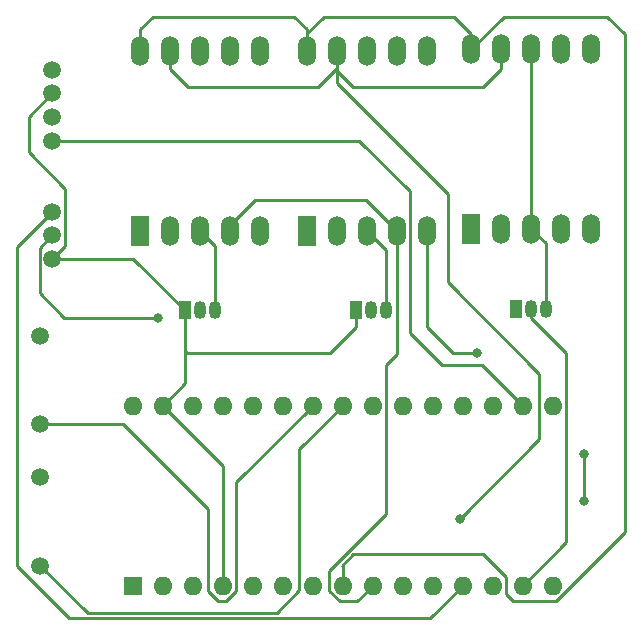
<source format=gbr>
%TF.GenerationSoftware,KiCad,Pcbnew,7.0.1-3b83917a11~171~ubuntu22.04.1*%
%TF.CreationDate,2023-03-18T14:24:15-06:00*%
%TF.ProjectId,temp_reader,74656d70-5f72-4656-9164-65722e6b6963,rev?*%
%TF.SameCoordinates,Original*%
%TF.FileFunction,Copper,L2,Bot*%
%TF.FilePolarity,Positive*%
%FSLAX46Y46*%
G04 Gerber Fmt 4.6, Leading zero omitted, Abs format (unit mm)*
G04 Created by KiCad (PCBNEW 7.0.1-3b83917a11~171~ubuntu22.04.1) date 2023-03-18 14:24:15*
%MOMM*%
%LPD*%
G01*
G04 APERTURE LIST*
%TA.AperFunction,ComponentPad*%
%ADD10R,1.600000X1.600000*%
%TD*%
%TA.AperFunction,ComponentPad*%
%ADD11O,1.600000X1.600000*%
%TD*%
%TA.AperFunction,ComponentPad*%
%ADD12C,1.500000*%
%TD*%
%TA.AperFunction,ComponentPad*%
%ADD13R,1.050000X1.500000*%
%TD*%
%TA.AperFunction,ComponentPad*%
%ADD14O,1.050000X1.500000*%
%TD*%
%TA.AperFunction,ComponentPad*%
%ADD15R,1.524000X2.524000*%
%TD*%
%TA.AperFunction,ComponentPad*%
%ADD16O,1.524000X2.524000*%
%TD*%
%TA.AperFunction,ViaPad*%
%ADD17C,0.800000*%
%TD*%
%TA.AperFunction,Conductor*%
%ADD18C,0.250000*%
%TD*%
G04 APERTURE END LIST*
D10*
%TO.P,A1,1,TX1*%
%TO.N,unconnected-(A1-TX1-Pad1)*%
X130810000Y-106670000D03*
D11*
%TO.P,A1,2,RX1*%
%TO.N,unconnected-(A1-RX1-Pad2)*%
X133350000Y-106670000D03*
%TO.P,A1,3,~{RESET}*%
%TO.N,unconnected-(A1-~{RESET}-Pad3)*%
X135890000Y-106670000D03*
%TO.P,A1,4,GND*%
%TO.N,GND*%
X138430000Y-106670000D03*
%TO.P,A1,5,D2*%
%TO.N,vtr*%
X140970000Y-106670000D03*
%TO.P,A1,6,D3*%
%TO.N,ht*%
X143510000Y-106670000D03*
%TO.P,A1,7,D4*%
%TO.N,vtl*%
X146050000Y-106670000D03*
%TO.P,A1,8,D5*%
%TO.N,hm*%
X148590000Y-106670000D03*
%TO.P,A1,9,D6*%
%TO.N,vbr*%
X151130000Y-106670000D03*
%TO.P,A1,10,D7*%
%TO.N,hb*%
X153670000Y-106670000D03*
%TO.P,A1,11,D8*%
%TO.N,vbl*%
X156210000Y-106670000D03*
%TO.P,A1,12,D9*%
%TO.N,Net-(A1-D9)*%
X158750000Y-106670000D03*
%TO.P,A1,13,D10*%
%TO.N,unconnected-(A1-D10-Pad13)*%
X161290000Y-106670000D03*
%TO.P,A1,14,MOSI*%
%TO.N,seg3*%
X163830000Y-106670000D03*
%TO.P,A1,15,MISO*%
%TO.N,seg2*%
X166370000Y-106670000D03*
%TO.P,A1,16,SCK*%
%TO.N,seg1*%
X166370000Y-91430000D03*
%TO.P,A1,17,3V3*%
%TO.N,+3.3V*%
X163830000Y-91430000D03*
%TO.P,A1,18,AREF*%
%TO.N,unconnected-(A1-AREF-Pad18)*%
X161290000Y-91430000D03*
%TO.P,A1,19,A0*%
%TO.N,unconnected-(A1-A0-Pad19)*%
X158750000Y-91430000D03*
%TO.P,A1,20,A1*%
%TO.N,unconnected-(A1-A1-Pad20)*%
X156210000Y-91430000D03*
%TO.P,A1,21,A2*%
%TO.N,unconnected-(A1-A2-Pad21)*%
X153670000Y-91430000D03*
%TO.P,A1,22,A3*%
%TO.N,unconnected-(A1-A3-Pad22)*%
X151130000Y-91430000D03*
%TO.P,A1,23,SDA/A4*%
%TO.N,SDA*%
X148590000Y-91430000D03*
%TO.P,A1,24,SCL/A5*%
%TO.N,SCL*%
X146050000Y-91430000D03*
%TO.P,A1,25,A6*%
%TO.N,unconnected-(A1-A6-Pad25)*%
X143510000Y-91430000D03*
%TO.P,A1,26,A7*%
%TO.N,unconnected-(A1-A7-Pad26)*%
X140970000Y-91430000D03*
%TO.P,A1,27,+5V*%
%TO.N,+5V*%
X138430000Y-91430000D03*
%TO.P,A1,28,~{RESET}*%
%TO.N,unconnected-(A1-~{RESET}-Pad28)*%
X135890000Y-91430000D03*
%TO.P,A1,29,GND*%
%TO.N,GND*%
X133350000Y-91430000D03*
%TO.P,A1,30,VIN*%
%TO.N,unconnected-(A1-VIN-Pad30)*%
X130810000Y-91430000D03*
%TD*%
D12*
%TO.P,U5,1,GND*%
%TO.N,GND*%
X124000000Y-79000000D03*
%TO.P,U5,2,V+*%
%TO.N,+5V*%
X124000000Y-77000000D03*
%TO.P,U5,3,ctrl*%
%TO.N,Net-(A1-D9)*%
X124000000Y-75000000D03*
%TD*%
D13*
%TO.P,Q2,1,E*%
%TO.N,GND*%
X149730000Y-83360000D03*
D14*
%TO.P,Q2,2,B*%
%TO.N,seg2*%
X151000000Y-83360000D03*
%TO.P,Q2,3,C*%
%TO.N,Net-(Q2-C)*%
X152270000Y-83360000D03*
%TD*%
D13*
%TO.P,Q3,1,E*%
%TO.N,GND*%
X163230000Y-83220000D03*
D14*
%TO.P,Q3,2,B*%
%TO.N,seg3*%
X164500000Y-83220000D03*
%TO.P,Q3,3,C*%
%TO.N,Net-(Q3-C)*%
X165770000Y-83220000D03*
%TD*%
D12*
%TO.P,R2,1*%
%TO.N,SDA*%
X123000000Y-105000000D03*
%TO.P,R2,2*%
%TO.N,+3.3V*%
X123000000Y-97500000D03*
%TD*%
D15*
%TO.P,U2,1,vbl*%
%TO.N,vbl*%
X145580000Y-76620000D03*
D16*
%TO.P,U2,2,hb*%
%TO.N,hb*%
X148120000Y-76620000D03*
%TO.P,U2,3,GND*%
%TO.N,Net-(Q2-C)*%
X150660000Y-76620000D03*
%TO.P,U2,4,vbr*%
%TO.N,vbr*%
X153200000Y-76620000D03*
%TO.P,U2,5,DP*%
%TO.N,+5V*%
X155740000Y-76620000D03*
%TO.P,U2,6,vtr*%
%TO.N,vtr*%
X155740000Y-61380000D03*
%TO.P,U2,7,ht*%
%TO.N,ht*%
X153200000Y-61380000D03*
%TO.P,U2,8,GND*%
%TO.N,Net-(Q2-C)*%
X150660000Y-61380000D03*
%TO.P,U2,9,vtl*%
%TO.N,vtl*%
X148120000Y-61380000D03*
%TO.P,U2,10,hm*%
%TO.N,hm*%
X145580000Y-61380000D03*
%TD*%
D15*
%TO.P,U3,1,vbl*%
%TO.N,vbl*%
X159500000Y-76500000D03*
D16*
%TO.P,U3,2,hb*%
%TO.N,hb*%
X162040000Y-76500000D03*
%TO.P,U3,3,GND*%
%TO.N,Net-(Q3-C)*%
X164580000Y-76500000D03*
%TO.P,U3,4,vbr*%
%TO.N,vbr*%
X167120000Y-76500000D03*
%TO.P,U3,5,DP*%
%TO.N,unconnected-(U3-DP-Pad5)*%
X169660000Y-76500000D03*
%TO.P,U3,6,vtr*%
%TO.N,vtr*%
X169660000Y-61260000D03*
%TO.P,U3,7,ht*%
%TO.N,ht*%
X167120000Y-61260000D03*
%TO.P,U3,8,GND*%
%TO.N,Net-(Q3-C)*%
X164580000Y-61260000D03*
%TO.P,U3,9,vtl*%
%TO.N,vtl*%
X162040000Y-61260000D03*
%TO.P,U3,10,hm*%
%TO.N,hm*%
X159500000Y-61260000D03*
%TD*%
D12*
%TO.P,U4,1,V+*%
%TO.N,+3.3V*%
X124000000Y-69000000D03*
%TO.P,U4,2,SDA*%
%TO.N,SDA*%
X124000000Y-67000000D03*
%TO.P,U4,3,GND*%
%TO.N,GND*%
X124000000Y-65000000D03*
%TO.P,U4,4,SCL*%
%TO.N,SCL*%
X124000000Y-63000000D03*
%TD*%
D13*
%TO.P,Q1,1,E*%
%TO.N,GND*%
X135230000Y-83360000D03*
D14*
%TO.P,Q1,2,B*%
%TO.N,seg1*%
X136500000Y-83360000D03*
%TO.P,Q1,3,C*%
%TO.N,Net-(Q1-C)*%
X137770000Y-83360000D03*
%TD*%
D15*
%TO.P,U1,1,vbl*%
%TO.N,vbl*%
X131420000Y-76620000D03*
D16*
%TO.P,U1,2,hb*%
%TO.N,hb*%
X133960000Y-76620000D03*
%TO.P,U1,3,GND*%
%TO.N,Net-(Q1-C)*%
X136500000Y-76620000D03*
%TO.P,U1,4,vbr*%
%TO.N,vbr*%
X139040000Y-76620000D03*
%TO.P,U1,5,DP*%
%TO.N,unconnected-(U1-DP-Pad5)*%
X141580000Y-76620000D03*
%TO.P,U1,6,vtr*%
%TO.N,vtr*%
X141580000Y-61380000D03*
%TO.P,U1,7,ht*%
%TO.N,ht*%
X139040000Y-61380000D03*
%TO.P,U1,8,GND*%
%TO.N,Net-(Q1-C)*%
X136500000Y-61380000D03*
%TO.P,U1,9,vtl*%
%TO.N,vtl*%
X133960000Y-61380000D03*
%TO.P,U1,10,hm*%
%TO.N,hm*%
X131420000Y-61380000D03*
%TD*%
D12*
%TO.P,R1,1*%
%TO.N,SCL*%
X123000000Y-93000000D03*
%TO.P,R1,2*%
%TO.N,+3.3V*%
X123000000Y-85500000D03*
%TD*%
D17*
%TO.N,seg2*%
X169000000Y-95500000D03*
X169000000Y-99500000D03*
%TO.N,+5V*%
X133000000Y-84000000D03*
X160000000Y-87000000D03*
%TO.N,vtl*%
X158500000Y-101000000D03*
%TD*%
D18*
%TO.N,SCL*%
X123000000Y-93000000D02*
X130000000Y-93000000D01*
X137169009Y-107169009D02*
X138000000Y-108000000D01*
X130000000Y-93000000D02*
X137169009Y-100169009D01*
X137169009Y-100169009D02*
X137169009Y-107169009D01*
X138000000Y-108000000D02*
X138690991Y-108000000D01*
X139555000Y-97925000D02*
X146050000Y-91430000D01*
X138690991Y-108000000D02*
X139555000Y-107135991D01*
X139555000Y-107135991D02*
X139555000Y-97925000D01*
%TO.N,+5V*%
X133000000Y-84000000D02*
X125000000Y-84000000D01*
X125000000Y-84000000D02*
X122925000Y-81925000D01*
X122925000Y-81925000D02*
X122925000Y-78075000D01*
X122925000Y-78075000D02*
X124000000Y-77000000D01*
%TO.N,Net-(A1-D9)*%
X158750000Y-106670000D02*
X155970000Y-109450000D01*
X155970000Y-109450000D02*
X125450000Y-109450000D01*
X125450000Y-109450000D02*
X121000000Y-105000000D01*
X121000000Y-105000000D02*
X121000000Y-78000000D01*
X121000000Y-78000000D02*
X124000000Y-75000000D01*
%TO.N,GND*%
X125000000Y-73000000D02*
X122000000Y-70000000D01*
X124000000Y-79000000D02*
X125075000Y-77925000D01*
X122000000Y-70000000D02*
X122000000Y-67000000D01*
X125075000Y-77925000D02*
X125075000Y-73075000D01*
X125075000Y-73075000D02*
X125000000Y-73000000D01*
%TO.N,SDA*%
X148590000Y-91430000D02*
X144925000Y-95095000D01*
X144925000Y-95095000D02*
X144925000Y-107075000D01*
X144925000Y-107075000D02*
X143000000Y-109000000D01*
X143000000Y-109000000D02*
X127000000Y-109000000D01*
X127000000Y-109000000D02*
X123000000Y-105000000D01*
%TO.N,Net-(Q1-C)*%
X137770000Y-77890000D02*
X136500000Y-76620000D01*
X137770000Y-83360000D02*
X137770000Y-77890000D01*
%TO.N,GND*%
X130870000Y-79000000D02*
X135230000Y-83360000D01*
X149730000Y-83360000D02*
X149730000Y-84770000D01*
X135230000Y-86770000D02*
X135230000Y-89550000D01*
X149730000Y-84770000D02*
X147500000Y-87000000D01*
X122000000Y-67000000D02*
X124000000Y-65000000D01*
X135230000Y-83360000D02*
X135230000Y-86770000D01*
X135230000Y-89550000D02*
X133350000Y-91430000D01*
X147500000Y-87000000D02*
X135460000Y-87000000D01*
X138430000Y-96510000D02*
X133350000Y-91430000D01*
X135460000Y-87000000D02*
X135230000Y-86770000D01*
X124000000Y-79000000D02*
X130870000Y-79000000D01*
X138430000Y-106670000D02*
X138430000Y-96510000D01*
%TO.N,seg3*%
X167500000Y-103000000D02*
X163830000Y-106670000D01*
X164500000Y-83220000D02*
X164500000Y-84000000D01*
X164500000Y-84000000D02*
X167500000Y-87000000D01*
X167500000Y-87000000D02*
X167500000Y-103000000D01*
%TO.N,seg2*%
X169000000Y-99500000D02*
X169000000Y-95500000D01*
%TO.N,hm*%
X145580000Y-59920000D02*
X147000000Y-58500000D01*
X162415000Y-105915000D02*
X160500000Y-104000000D01*
X148500000Y-105000000D02*
X148590000Y-105090000D01*
X145580000Y-59580000D02*
X145580000Y-61380000D01*
X159500000Y-60000000D02*
X159500000Y-61260000D01*
X162415000Y-107415000D02*
X162415000Y-105915000D01*
X166630991Y-108000000D02*
X163000000Y-108000000D01*
X163000000Y-108000000D02*
X162415000Y-107415000D01*
X147000000Y-58500000D02*
X158000000Y-58500000D01*
X160500000Y-104000000D02*
X149500000Y-104000000D01*
X144500000Y-58500000D02*
X145580000Y-59580000D01*
X159500000Y-61260000D02*
X162260000Y-58500000D01*
X172500000Y-60000000D02*
X172500000Y-102130991D01*
X148590000Y-105090000D02*
X148590000Y-106670000D01*
X158000000Y-58500000D02*
X159500000Y-60000000D01*
X172500000Y-102130991D02*
X166630991Y-108000000D01*
X162260000Y-58500000D02*
X171000000Y-58500000D01*
X131420000Y-59580000D02*
X132500000Y-58500000D01*
X149500000Y-104000000D02*
X148500000Y-105000000D01*
X132500000Y-58500000D02*
X144500000Y-58500000D01*
X171000000Y-58500000D02*
X172500000Y-60000000D01*
X131420000Y-61380000D02*
X131420000Y-59580000D01*
X145580000Y-61380000D02*
X145580000Y-59920000D01*
%TO.N,vbr*%
X152255000Y-100608604D02*
X147465000Y-105398604D01*
X153200000Y-87055000D02*
X152255000Y-88000000D01*
X147465000Y-107135991D02*
X148329009Y-108000000D01*
X150588198Y-74008198D02*
X153200000Y-76620000D01*
X152255000Y-88000000D02*
X152255000Y-100608604D01*
X141151802Y-74008198D02*
X150588198Y-74008198D01*
X147465000Y-105398604D02*
X147465000Y-107135991D01*
X148329009Y-108000000D02*
X149800000Y-108000000D01*
X149800000Y-108000000D02*
X151130000Y-106670000D01*
X139040000Y-76120000D02*
X141151802Y-74008198D01*
X153200000Y-76620000D02*
X153200000Y-87055000D01*
%TO.N,+5V*%
X155740000Y-76620000D02*
X155740000Y-84765305D01*
X160000000Y-87000000D02*
X158000000Y-87000000D01*
X155740000Y-84765305D02*
X157974695Y-87000000D01*
%TO.N,+3.3V*%
X150000000Y-69000000D02*
X154287000Y-73287000D01*
X154287000Y-85287000D02*
X157000000Y-88000000D01*
X157000000Y-88000000D02*
X160400000Y-88000000D01*
X160400000Y-88000000D02*
X163830000Y-91430000D01*
X124000000Y-69000000D02*
X150000000Y-69000000D01*
X154287000Y-73287000D02*
X154287000Y-85287000D01*
%TO.N,Net-(Q2-C)*%
X150660000Y-76620000D02*
X152270000Y-78230000D01*
X152270000Y-78230000D02*
X152270000Y-83360000D01*
%TO.N,Net-(Q3-C)*%
X164580000Y-61260000D02*
X164580000Y-76500000D01*
X164580000Y-76500000D02*
X165770000Y-77690000D01*
X165770000Y-77690000D02*
X165770000Y-83220000D01*
%TO.N,vtl*%
X149500000Y-64500000D02*
X160500000Y-64500000D01*
X157500000Y-73500000D02*
X157500000Y-81000000D01*
X165245000Y-94255000D02*
X158500000Y-101000000D01*
X133960000Y-61380000D02*
X133960000Y-62960000D01*
X160500000Y-64500000D02*
X162040000Y-62960000D01*
X133960000Y-62960000D02*
X135500000Y-64500000D01*
X165245000Y-88745000D02*
X165245000Y-94255000D01*
X148120000Y-61380000D02*
X148120000Y-63120000D01*
X157500000Y-81000000D02*
X165245000Y-88745000D01*
X148120000Y-62880000D02*
X148120000Y-61380000D01*
X148120000Y-63120000D02*
X149500000Y-64500000D01*
X148120000Y-61380000D02*
X148120000Y-64120000D01*
X162040000Y-62960000D02*
X162040000Y-61260000D01*
X146500000Y-64500000D02*
X148120000Y-62880000D01*
X135500000Y-64500000D02*
X146500000Y-64500000D01*
X148120000Y-64120000D02*
X157500000Y-73500000D01*
%TD*%
M02*

</source>
